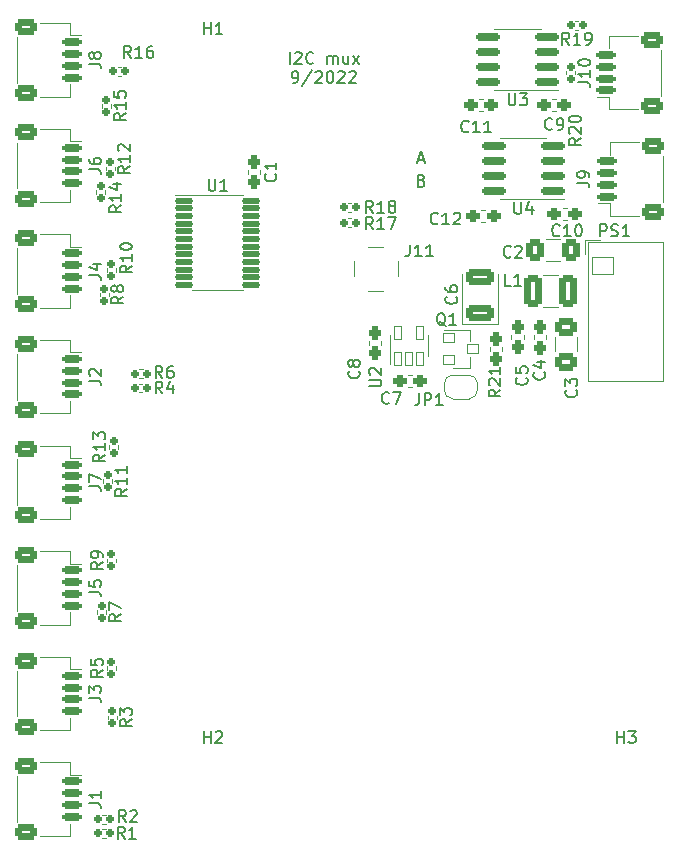
<source format=gbr>
%TF.GenerationSoftware,KiCad,Pcbnew,(6.0.4-0)*%
%TF.CreationDate,2022-09-09T16:16:13-06:00*%
%TF.ProjectId,i2c_mux,6932635f-6d75-4782-9e6b-696361645f70,rev?*%
%TF.SameCoordinates,Original*%
%TF.FileFunction,Legend,Top*%
%TF.FilePolarity,Positive*%
%FSLAX46Y46*%
G04 Gerber Fmt 4.6, Leading zero omitted, Abs format (unit mm)*
G04 Created by KiCad (PCBNEW (6.0.4-0)) date 2022-09-09 16:16:13*
%MOMM*%
%LPD*%
G01*
G04 APERTURE LIST*
G04 Aperture macros list*
%AMRoundRect*
0 Rectangle with rounded corners*
0 $1 Rounding radius*
0 $2 $3 $4 $5 $6 $7 $8 $9 X,Y pos of 4 corners*
0 Add a 4 corners polygon primitive as box body*
4,1,4,$2,$3,$4,$5,$6,$7,$8,$9,$2,$3,0*
0 Add four circle primitives for the rounded corners*
1,1,$1+$1,$2,$3*
1,1,$1+$1,$4,$5*
1,1,$1+$1,$6,$7*
1,1,$1+$1,$8,$9*
0 Add four rect primitives between the rounded corners*
20,1,$1+$1,$2,$3,$4,$5,0*
20,1,$1+$1,$4,$5,$6,$7,0*
20,1,$1+$1,$6,$7,$8,$9,0*
20,1,$1+$1,$8,$9,$2,$3,0*%
%AMFreePoly0*
4,1,37,0.536062,0.786062,0.551000,0.750000,0.551000,-0.750000,0.536062,-0.786062,0.500000,-0.801000,0.000000,-0.801000,-0.012525,-0.795812,-0.080875,-0.794559,-0.095149,-0.792248,-0.230464,-0.749973,-0.243516,-0.743747,-0.361526,-0.665192,-0.372306,-0.655554,-0.463526,-0.547035,-0.471167,-0.534759,-0.528262,-0.405000,-0.532150,-0.391073,-0.549733,-0.256613,-0.548336,-0.256430,-0.551000,-0.250000,
-0.551000,0.250000,-0.550512,0.251179,-0.550356,0.263956,-0.528545,0.404033,-0.524317,0.417860,-0.464069,0.546185,-0.456130,0.558271,-0.362286,0.664529,-0.351274,0.673901,-0.231379,0.749549,-0.218180,0.755454,-0.081873,0.794411,-0.067546,0.796373,-0.011990,0.796033,0.000000,0.801000,0.500000,0.801000,0.536062,0.786062,0.536062,0.786062,$1*%
%AMFreePoly1*
4,1,37,0.012349,0.795885,0.074216,0.795507,0.088518,0.793370,0.224339,0.752751,0.237465,0.746685,0.356427,0.669578,0.367324,0.660073,0.459862,0.552676,0.467652,0.540494,0.526329,0.411442,0.530388,0.397563,0.550485,0.257230,0.551000,0.250000,0.551000,-0.250000,0.550996,-0.250622,0.550847,-0.262838,0.550144,-0.270677,0.526624,-0.410478,0.522228,-0.424254,0.460416,-0.551833,
0.452330,-0.563821,0.357195,-0.668925,0.346069,-0.678161,0.225259,-0.752338,0.211989,-0.758081,0.075216,-0.795370,0.060866,-0.797157,0.011464,-0.796251,0.000000,-0.801000,-0.500000,-0.801000,-0.536062,-0.786062,-0.551000,-0.750000,-0.551000,0.750000,-0.536062,0.786062,-0.500000,0.801000,0.000000,0.801000,0.012349,0.795885,0.012349,0.795885,$1*%
G04 Aperture macros list end*
%ADD10C,0.150000*%
%ADD11C,0.120000*%
%ADD12C,5.502000*%
%ADD13RoundRect,0.288500X-0.237500X0.287500X-0.237500X-0.287500X0.237500X-0.287500X0.237500X0.287500X0*%
%ADD14RoundRect,0.201000X-0.625000X0.150000X-0.625000X-0.150000X0.625000X-0.150000X0.625000X0.150000X0*%
%ADD15RoundRect,0.301000X-0.650000X0.350000X-0.650000X-0.350000X0.650000X-0.350000X0.650000X0.350000X0*%
%ADD16RoundRect,0.201000X0.625000X-0.150000X0.625000X0.150000X-0.625000X0.150000X-0.625000X-0.150000X0*%
%ADD17RoundRect,0.301000X0.650000X-0.350000X0.650000X0.350000X-0.650000X0.350000X-0.650000X-0.350000X0*%
%ADD18RoundRect,0.301001X-0.462499X-0.624999X0.462499X-0.624999X0.462499X0.624999X-0.462499X0.624999X0*%
%ADD19RoundRect,0.301001X0.624999X-0.462499X0.624999X0.462499X-0.624999X0.462499X-0.624999X-0.462499X0*%
%ADD20RoundRect,0.301000X0.925000X-0.412500X0.925000X0.412500X-0.925000X0.412500X-0.925000X-0.412500X0*%
%ADD21C,1.342000*%
%ADD22FreePoly0,180.000000*%
%ADD23FreePoly1,180.000000*%
%ADD24RoundRect,0.301001X0.462499X1.074999X-0.462499X1.074999X-0.462499X-1.074999X0.462499X-1.074999X0*%
%ADD25RoundRect,0.051000X-0.900000X0.700000X-0.900000X-0.700000X0.900000X-0.700000X0.900000X0.700000X0*%
%ADD26O,1.902000X1.502000*%
%ADD27RoundRect,0.051000X-0.450000X-0.400000X0.450000X-0.400000X0.450000X0.400000X-0.450000X0.400000X0*%
%ADD28RoundRect,0.288500X0.237500X-0.287500X0.237500X0.287500X-0.237500X0.287500X-0.237500X-0.287500X0*%
%ADD29RoundRect,0.051000X0.325000X-0.530000X0.325000X0.530000X-0.325000X0.530000X-0.325000X-0.530000X0*%
%ADD30RoundRect,0.288500X0.287500X0.237500X-0.287500X0.237500X-0.287500X-0.237500X0.287500X-0.237500X0*%
%ADD31RoundRect,0.288500X-0.287500X-0.237500X0.287500X-0.237500X0.287500X0.237500X-0.287500X0.237500X0*%
%ADD32RoundRect,0.201000X0.825000X0.150000X-0.825000X0.150000X-0.825000X-0.150000X0.825000X-0.150000X0*%
%ADD33RoundRect,0.186000X-0.135000X-0.185000X0.135000X-0.185000X0.135000X0.185000X-0.135000X0.185000X0*%
%ADD34RoundRect,0.186000X0.135000X0.185000X-0.135000X0.185000X-0.135000X-0.185000X0.135000X-0.185000X0*%
%ADD35RoundRect,0.186000X-0.185000X0.135000X-0.185000X-0.135000X0.185000X-0.135000X0.185000X0.135000X0*%
%ADD36RoundRect,0.186000X0.185000X-0.135000X0.185000X0.135000X-0.185000X0.135000X-0.185000X-0.135000X0*%
%ADD37RoundRect,0.151000X-0.637500X-0.100000X0.637500X-0.100000X0.637500X0.100000X-0.637500X0.100000X0*%
G04 APERTURE END LIST*
D10*
X122361904Y-72366666D02*
X122838095Y-72366666D01*
X122266666Y-72652380D02*
X122600000Y-71652380D01*
X122933333Y-72652380D01*
X122671428Y-74128571D02*
X122814285Y-74176190D01*
X122861904Y-74223809D01*
X122909523Y-74319047D01*
X122909523Y-74461904D01*
X122861904Y-74557142D01*
X122814285Y-74604761D01*
X122719047Y-74652380D01*
X122338095Y-74652380D01*
X122338095Y-73652380D01*
X122671428Y-73652380D01*
X122766666Y-73700000D01*
X122814285Y-73747619D01*
X122861904Y-73842857D01*
X122861904Y-73938095D01*
X122814285Y-74033333D01*
X122766666Y-74080952D01*
X122671428Y-74128571D01*
X122338095Y-74128571D01*
X111519047Y-64247380D02*
X111519047Y-63247380D01*
X111947619Y-63342619D02*
X111995238Y-63295000D01*
X112090476Y-63247380D01*
X112328571Y-63247380D01*
X112423809Y-63295000D01*
X112471428Y-63342619D01*
X112519047Y-63437857D01*
X112519047Y-63533095D01*
X112471428Y-63675952D01*
X111900000Y-64247380D01*
X112519047Y-64247380D01*
X113519047Y-64152142D02*
X113471428Y-64199761D01*
X113328571Y-64247380D01*
X113233333Y-64247380D01*
X113090476Y-64199761D01*
X112995238Y-64104523D01*
X112947619Y-64009285D01*
X112900000Y-63818809D01*
X112900000Y-63675952D01*
X112947619Y-63485476D01*
X112995238Y-63390238D01*
X113090476Y-63295000D01*
X113233333Y-63247380D01*
X113328571Y-63247380D01*
X113471428Y-63295000D01*
X113519047Y-63342619D01*
X114709523Y-64247380D02*
X114709523Y-63580714D01*
X114709523Y-63675952D02*
X114757142Y-63628333D01*
X114852380Y-63580714D01*
X114995238Y-63580714D01*
X115090476Y-63628333D01*
X115138095Y-63723571D01*
X115138095Y-64247380D01*
X115138095Y-63723571D02*
X115185714Y-63628333D01*
X115280952Y-63580714D01*
X115423809Y-63580714D01*
X115519047Y-63628333D01*
X115566666Y-63723571D01*
X115566666Y-64247380D01*
X116471428Y-63580714D02*
X116471428Y-64247380D01*
X116042857Y-63580714D02*
X116042857Y-64104523D01*
X116090476Y-64199761D01*
X116185714Y-64247380D01*
X116328571Y-64247380D01*
X116423809Y-64199761D01*
X116471428Y-64152142D01*
X116852380Y-64247380D02*
X117376190Y-63580714D01*
X116852380Y-63580714D02*
X117376190Y-64247380D01*
X111780952Y-65857380D02*
X111971428Y-65857380D01*
X112066666Y-65809761D01*
X112114285Y-65762142D01*
X112209523Y-65619285D01*
X112257142Y-65428809D01*
X112257142Y-65047857D01*
X112209523Y-64952619D01*
X112161904Y-64905000D01*
X112066666Y-64857380D01*
X111876190Y-64857380D01*
X111780952Y-64905000D01*
X111733333Y-64952619D01*
X111685714Y-65047857D01*
X111685714Y-65285952D01*
X111733333Y-65381190D01*
X111780952Y-65428809D01*
X111876190Y-65476428D01*
X112066666Y-65476428D01*
X112161904Y-65428809D01*
X112209523Y-65381190D01*
X112257142Y-65285952D01*
X113400000Y-64809761D02*
X112542857Y-66095476D01*
X113685714Y-64952619D02*
X113733333Y-64905000D01*
X113828571Y-64857380D01*
X114066666Y-64857380D01*
X114161904Y-64905000D01*
X114209523Y-64952619D01*
X114257142Y-65047857D01*
X114257142Y-65143095D01*
X114209523Y-65285952D01*
X113638095Y-65857380D01*
X114257142Y-65857380D01*
X114876190Y-64857380D02*
X114971428Y-64857380D01*
X115066666Y-64905000D01*
X115114285Y-64952619D01*
X115161904Y-65047857D01*
X115209523Y-65238333D01*
X115209523Y-65476428D01*
X115161904Y-65666904D01*
X115114285Y-65762142D01*
X115066666Y-65809761D01*
X114971428Y-65857380D01*
X114876190Y-65857380D01*
X114780952Y-65809761D01*
X114733333Y-65762142D01*
X114685714Y-65666904D01*
X114638095Y-65476428D01*
X114638095Y-65238333D01*
X114685714Y-65047857D01*
X114733333Y-64952619D01*
X114780952Y-64905000D01*
X114876190Y-64857380D01*
X115590476Y-64952619D02*
X115638095Y-64905000D01*
X115733333Y-64857380D01*
X115971428Y-64857380D01*
X116066666Y-64905000D01*
X116114285Y-64952619D01*
X116161904Y-65047857D01*
X116161904Y-65143095D01*
X116114285Y-65285952D01*
X115542857Y-65857380D01*
X116161904Y-65857380D01*
X116542857Y-64952619D02*
X116590476Y-64905000D01*
X116685714Y-64857380D01*
X116923809Y-64857380D01*
X117019047Y-64905000D01*
X117066666Y-64952619D01*
X117114285Y-65047857D01*
X117114285Y-65143095D01*
X117066666Y-65285952D01*
X116495238Y-65857380D01*
X117114285Y-65857380D01*
%TO.C,H3*%
X139238095Y-121752380D02*
X139238095Y-120752380D01*
X139238095Y-121228571D02*
X139809523Y-121228571D01*
X139809523Y-121752380D02*
X139809523Y-120752380D01*
X140190476Y-120752380D02*
X140809523Y-120752380D01*
X140476190Y-121133333D01*
X140619047Y-121133333D01*
X140714285Y-121180952D01*
X140761904Y-121228571D01*
X140809523Y-121323809D01*
X140809523Y-121561904D01*
X140761904Y-121657142D01*
X140714285Y-121704761D01*
X140619047Y-121752380D01*
X140333333Y-121752380D01*
X140238095Y-121704761D01*
X140190476Y-121657142D01*
%TO.C,C1*%
X110287142Y-73566666D02*
X110334761Y-73614285D01*
X110382380Y-73757142D01*
X110382380Y-73852380D01*
X110334761Y-73995238D01*
X110239523Y-74090476D01*
X110144285Y-74138095D01*
X109953809Y-74185714D01*
X109810952Y-74185714D01*
X109620476Y-74138095D01*
X109525238Y-74090476D01*
X109430000Y-73995238D01*
X109382380Y-73852380D01*
X109382380Y-73757142D01*
X109430000Y-73614285D01*
X109477619Y-73566666D01*
X110382380Y-72614285D02*
X110382380Y-73185714D01*
X110382380Y-72900000D02*
X109382380Y-72900000D01*
X109525238Y-72995238D01*
X109620476Y-73090476D01*
X109668095Y-73185714D01*
%TO.C,J2*%
X94532380Y-91076190D02*
X95246666Y-91076190D01*
X95389523Y-91123809D01*
X95484761Y-91219047D01*
X95532380Y-91361904D01*
X95532380Y-91457142D01*
X94627619Y-90647618D02*
X94580000Y-90599999D01*
X94532380Y-90504761D01*
X94532380Y-90266666D01*
X94580000Y-90171428D01*
X94627619Y-90123809D01*
X94722857Y-90076190D01*
X94818095Y-90076190D01*
X94960952Y-90123809D01*
X95532380Y-90695237D01*
X95532380Y-90076190D01*
%TO.C,J4*%
X94532380Y-82133333D02*
X95246666Y-82133333D01*
X95389523Y-82180952D01*
X95484761Y-82276190D01*
X95532380Y-82419047D01*
X95532380Y-82514285D01*
X94865714Y-81228571D02*
X95532380Y-81228571D01*
X94484761Y-81466666D02*
X95199047Y-81704761D01*
X95199047Y-81085714D01*
%TO.C,J6*%
X94532380Y-73190476D02*
X95246666Y-73190476D01*
X95389523Y-73238095D01*
X95484761Y-73333333D01*
X95532380Y-73476190D01*
X95532380Y-73571428D01*
X94532380Y-72285714D02*
X94532380Y-72476190D01*
X94580000Y-72571428D01*
X94627619Y-72619047D01*
X94770476Y-72714285D01*
X94960952Y-72761904D01*
X95341904Y-72761904D01*
X95437142Y-72714285D01*
X95484761Y-72666666D01*
X95532380Y-72571428D01*
X95532380Y-72380952D01*
X95484761Y-72285714D01*
X95437142Y-72238095D01*
X95341904Y-72190476D01*
X95103809Y-72190476D01*
X95008571Y-72238095D01*
X94960952Y-72285714D01*
X94913333Y-72380952D01*
X94913333Y-72571428D01*
X94960952Y-72666666D01*
X95008571Y-72714285D01*
X95103809Y-72761904D01*
%TO.C,J8*%
X94532380Y-64247619D02*
X95246666Y-64247619D01*
X95389523Y-64295238D01*
X95484761Y-64390476D01*
X95532380Y-64533333D01*
X95532380Y-64628571D01*
X94960952Y-63628571D02*
X94913333Y-63723809D01*
X94865714Y-63771428D01*
X94770476Y-63819047D01*
X94722857Y-63819047D01*
X94627619Y-63771428D01*
X94580000Y-63723809D01*
X94532380Y-63628571D01*
X94532380Y-63438095D01*
X94580000Y-63342857D01*
X94627619Y-63295238D01*
X94722857Y-63247619D01*
X94770476Y-63247619D01*
X94865714Y-63295238D01*
X94913333Y-63342857D01*
X94960952Y-63438095D01*
X94960952Y-63628571D01*
X95008571Y-63723809D01*
X95056190Y-63771428D01*
X95151428Y-63819047D01*
X95341904Y-63819047D01*
X95437142Y-63771428D01*
X95484761Y-63723809D01*
X95532380Y-63628571D01*
X95532380Y-63438095D01*
X95484761Y-63342857D01*
X95437142Y-63295238D01*
X95341904Y-63247619D01*
X95151428Y-63247619D01*
X95056190Y-63295238D01*
X95008571Y-63342857D01*
X94960952Y-63438095D01*
%TO.C,J10*%
X135952380Y-65809523D02*
X136666666Y-65809523D01*
X136809523Y-65857142D01*
X136904761Y-65952380D01*
X136952380Y-66095238D01*
X136952380Y-66190476D01*
X136952380Y-64809523D02*
X136952380Y-65380952D01*
X136952380Y-65095238D02*
X135952380Y-65095238D01*
X136095238Y-65190476D01*
X136190476Y-65285714D01*
X136238095Y-65380952D01*
X135952380Y-64190476D02*
X135952380Y-64095238D01*
X136000000Y-64000000D01*
X136047619Y-63952380D01*
X136142857Y-63904761D01*
X136333333Y-63857142D01*
X136571428Y-63857142D01*
X136761904Y-63904761D01*
X136857142Y-63952380D01*
X136904761Y-64000000D01*
X136952380Y-64095238D01*
X136952380Y-64190476D01*
X136904761Y-64285714D01*
X136857142Y-64333333D01*
X136761904Y-64380952D01*
X136571428Y-64428571D01*
X136333333Y-64428571D01*
X136142857Y-64380952D01*
X136047619Y-64333333D01*
X136000000Y-64285714D01*
X135952380Y-64190476D01*
%TO.C,C2*%
X130233333Y-80557142D02*
X130185714Y-80604761D01*
X130042857Y-80652380D01*
X129947619Y-80652380D01*
X129804761Y-80604761D01*
X129709523Y-80509523D01*
X129661904Y-80414285D01*
X129614285Y-80223809D01*
X129614285Y-80080952D01*
X129661904Y-79890476D01*
X129709523Y-79795238D01*
X129804761Y-79700000D01*
X129947619Y-79652380D01*
X130042857Y-79652380D01*
X130185714Y-79700000D01*
X130233333Y-79747619D01*
X130614285Y-79747619D02*
X130661904Y-79700000D01*
X130757142Y-79652380D01*
X130995238Y-79652380D01*
X131090476Y-79700000D01*
X131138095Y-79747619D01*
X131185714Y-79842857D01*
X131185714Y-79938095D01*
X131138095Y-80080952D01*
X130566666Y-80652380D01*
X131185714Y-80652380D01*
%TO.C,C3*%
X135757142Y-91866666D02*
X135804761Y-91914285D01*
X135852380Y-92057142D01*
X135852380Y-92152380D01*
X135804761Y-92295238D01*
X135709523Y-92390476D01*
X135614285Y-92438095D01*
X135423809Y-92485714D01*
X135280952Y-92485714D01*
X135090476Y-92438095D01*
X134995238Y-92390476D01*
X134900000Y-92295238D01*
X134852380Y-92152380D01*
X134852380Y-92057142D01*
X134900000Y-91914285D01*
X134947619Y-91866666D01*
X134852380Y-91533333D02*
X134852380Y-90914285D01*
X135233333Y-91247619D01*
X135233333Y-91104761D01*
X135280952Y-91009523D01*
X135328571Y-90961904D01*
X135423809Y-90914285D01*
X135661904Y-90914285D01*
X135757142Y-90961904D01*
X135804761Y-91009523D01*
X135852380Y-91104761D01*
X135852380Y-91390476D01*
X135804761Y-91485714D01*
X135757142Y-91533333D01*
%TO.C,C4*%
X133057142Y-90366666D02*
X133104761Y-90414285D01*
X133152380Y-90557142D01*
X133152380Y-90652380D01*
X133104761Y-90795238D01*
X133009523Y-90890476D01*
X132914285Y-90938095D01*
X132723809Y-90985714D01*
X132580952Y-90985714D01*
X132390476Y-90938095D01*
X132295238Y-90890476D01*
X132200000Y-90795238D01*
X132152380Y-90652380D01*
X132152380Y-90557142D01*
X132200000Y-90414285D01*
X132247619Y-90366666D01*
X132485714Y-89509523D02*
X133152380Y-89509523D01*
X132104761Y-89747619D02*
X132819047Y-89985714D01*
X132819047Y-89366666D01*
%TO.C,C6*%
X125607142Y-83966666D02*
X125654761Y-84014285D01*
X125702380Y-84157142D01*
X125702380Y-84252380D01*
X125654761Y-84395238D01*
X125559523Y-84490476D01*
X125464285Y-84538095D01*
X125273809Y-84585714D01*
X125130952Y-84585714D01*
X124940476Y-84538095D01*
X124845238Y-84490476D01*
X124750000Y-84395238D01*
X124702380Y-84252380D01*
X124702380Y-84157142D01*
X124750000Y-84014285D01*
X124797619Y-83966666D01*
X124702380Y-83109523D02*
X124702380Y-83300000D01*
X124750000Y-83395238D01*
X124797619Y-83442857D01*
X124940476Y-83538095D01*
X125130952Y-83585714D01*
X125511904Y-83585714D01*
X125607142Y-83538095D01*
X125654761Y-83490476D01*
X125702380Y-83395238D01*
X125702380Y-83204761D01*
X125654761Y-83109523D01*
X125607142Y-83061904D01*
X125511904Y-83014285D01*
X125273809Y-83014285D01*
X125178571Y-83061904D01*
X125130952Y-83109523D01*
X125083333Y-83204761D01*
X125083333Y-83395238D01*
X125130952Y-83490476D01*
X125178571Y-83538095D01*
X125273809Y-83585714D01*
%TO.C,C8*%
X117357142Y-90266666D02*
X117404761Y-90314285D01*
X117452380Y-90457142D01*
X117452380Y-90552380D01*
X117404761Y-90695238D01*
X117309523Y-90790476D01*
X117214285Y-90838095D01*
X117023809Y-90885714D01*
X116880952Y-90885714D01*
X116690476Y-90838095D01*
X116595238Y-90790476D01*
X116500000Y-90695238D01*
X116452380Y-90552380D01*
X116452380Y-90457142D01*
X116500000Y-90314285D01*
X116547619Y-90266666D01*
X116880952Y-89695238D02*
X116833333Y-89790476D01*
X116785714Y-89838095D01*
X116690476Y-89885714D01*
X116642857Y-89885714D01*
X116547619Y-89838095D01*
X116500000Y-89790476D01*
X116452380Y-89695238D01*
X116452380Y-89504761D01*
X116500000Y-89409523D01*
X116547619Y-89361904D01*
X116642857Y-89314285D01*
X116690476Y-89314285D01*
X116785714Y-89361904D01*
X116833333Y-89409523D01*
X116880952Y-89504761D01*
X116880952Y-89695238D01*
X116928571Y-89790476D01*
X116976190Y-89838095D01*
X117071428Y-89885714D01*
X117261904Y-89885714D01*
X117357142Y-89838095D01*
X117404761Y-89790476D01*
X117452380Y-89695238D01*
X117452380Y-89504761D01*
X117404761Y-89409523D01*
X117357142Y-89361904D01*
X117261904Y-89314285D01*
X117071428Y-89314285D01*
X116976190Y-89361904D01*
X116928571Y-89409523D01*
X116880952Y-89504761D01*
%TO.C,J11*%
X121690476Y-79552380D02*
X121690476Y-80266666D01*
X121642857Y-80409523D01*
X121547619Y-80504761D01*
X121404761Y-80552380D01*
X121309523Y-80552380D01*
X122690476Y-80552380D02*
X122119047Y-80552380D01*
X122404761Y-80552380D02*
X122404761Y-79552380D01*
X122309523Y-79695238D01*
X122214285Y-79790476D01*
X122119047Y-79838095D01*
X123642857Y-80552380D02*
X123071428Y-80552380D01*
X123357142Y-80552380D02*
X123357142Y-79552380D01*
X123261904Y-79695238D01*
X123166666Y-79790476D01*
X123071428Y-79838095D01*
%TO.C,JP1*%
X122466666Y-92152380D02*
X122466666Y-92866666D01*
X122419047Y-93009523D01*
X122323809Y-93104761D01*
X122180952Y-93152380D01*
X122085714Y-93152380D01*
X122942857Y-93152380D02*
X122942857Y-92152380D01*
X123323809Y-92152380D01*
X123419047Y-92200000D01*
X123466666Y-92247619D01*
X123514285Y-92342857D01*
X123514285Y-92485714D01*
X123466666Y-92580952D01*
X123419047Y-92628571D01*
X123323809Y-92676190D01*
X122942857Y-92676190D01*
X124466666Y-93152380D02*
X123895238Y-93152380D01*
X124180952Y-93152380D02*
X124180952Y-92152380D01*
X124085714Y-92295238D01*
X123990476Y-92390476D01*
X123895238Y-92438095D01*
%TO.C,L1*%
X130233333Y-83052380D02*
X129757142Y-83052380D01*
X129757142Y-82052380D01*
X131090476Y-83052380D02*
X130519047Y-83052380D01*
X130804761Y-83052380D02*
X130804761Y-82052380D01*
X130709523Y-82195238D01*
X130614285Y-82290476D01*
X130519047Y-82338095D01*
%TO.C,PS1*%
X137785714Y-78852380D02*
X137785714Y-77852380D01*
X138166666Y-77852380D01*
X138261904Y-77900000D01*
X138309523Y-77947619D01*
X138357142Y-78042857D01*
X138357142Y-78185714D01*
X138309523Y-78280952D01*
X138261904Y-78328571D01*
X138166666Y-78376190D01*
X137785714Y-78376190D01*
X138738095Y-78804761D02*
X138880952Y-78852380D01*
X139119047Y-78852380D01*
X139214285Y-78804761D01*
X139261904Y-78757142D01*
X139309523Y-78661904D01*
X139309523Y-78566666D01*
X139261904Y-78471428D01*
X139214285Y-78423809D01*
X139119047Y-78376190D01*
X138928571Y-78328571D01*
X138833333Y-78280952D01*
X138785714Y-78233333D01*
X138738095Y-78138095D01*
X138738095Y-78042857D01*
X138785714Y-77947619D01*
X138833333Y-77900000D01*
X138928571Y-77852380D01*
X139166666Y-77852380D01*
X139309523Y-77900000D01*
X140261904Y-78852380D02*
X139690476Y-78852380D01*
X139976190Y-78852380D02*
X139976190Y-77852380D01*
X139880952Y-77995238D01*
X139785714Y-78090476D01*
X139690476Y-78138095D01*
%TO.C,Q1*%
X124704761Y-86447619D02*
X124609523Y-86400000D01*
X124514285Y-86304761D01*
X124371428Y-86161904D01*
X124276190Y-86114285D01*
X124180952Y-86114285D01*
X124228571Y-86352380D02*
X124133333Y-86304761D01*
X124038095Y-86209523D01*
X123990476Y-86019047D01*
X123990476Y-85685714D01*
X124038095Y-85495238D01*
X124133333Y-85400000D01*
X124228571Y-85352380D01*
X124419047Y-85352380D01*
X124514285Y-85400000D01*
X124609523Y-85495238D01*
X124657142Y-85685714D01*
X124657142Y-86019047D01*
X124609523Y-86209523D01*
X124514285Y-86304761D01*
X124419047Y-86352380D01*
X124228571Y-86352380D01*
X125609523Y-86352380D02*
X125038095Y-86352380D01*
X125323809Y-86352380D02*
X125323809Y-85352380D01*
X125228571Y-85495238D01*
X125133333Y-85590476D01*
X125038095Y-85638095D01*
%TO.C,R21*%
X129352380Y-91842857D02*
X128876190Y-92176190D01*
X129352380Y-92414285D02*
X128352380Y-92414285D01*
X128352380Y-92033333D01*
X128400000Y-91938095D01*
X128447619Y-91890476D01*
X128542857Y-91842857D01*
X128685714Y-91842857D01*
X128780952Y-91890476D01*
X128828571Y-91938095D01*
X128876190Y-92033333D01*
X128876190Y-92414285D01*
X128447619Y-91461904D02*
X128400000Y-91414285D01*
X128352380Y-91319047D01*
X128352380Y-91080952D01*
X128400000Y-90985714D01*
X128447619Y-90938095D01*
X128542857Y-90890476D01*
X128638095Y-90890476D01*
X128780952Y-90938095D01*
X129352380Y-91509523D01*
X129352380Y-90890476D01*
X129352380Y-89938095D02*
X129352380Y-90509523D01*
X129352380Y-90223809D02*
X128352380Y-90223809D01*
X128495238Y-90319047D01*
X128590476Y-90414285D01*
X128638095Y-90509523D01*
%TO.C,U2*%
X118252380Y-91561904D02*
X119061904Y-91561904D01*
X119157142Y-91514285D01*
X119204761Y-91466666D01*
X119252380Y-91371428D01*
X119252380Y-91180952D01*
X119204761Y-91085714D01*
X119157142Y-91038095D01*
X119061904Y-90990476D01*
X118252380Y-90990476D01*
X118347619Y-90561904D02*
X118300000Y-90514285D01*
X118252380Y-90419047D01*
X118252380Y-90180952D01*
X118300000Y-90085714D01*
X118347619Y-90038095D01*
X118442857Y-89990476D01*
X118538095Y-89990476D01*
X118680952Y-90038095D01*
X119252380Y-90609523D01*
X119252380Y-89990476D01*
%TO.C,C7*%
X119933333Y-92957142D02*
X119885714Y-93004761D01*
X119742857Y-93052380D01*
X119647619Y-93052380D01*
X119504761Y-93004761D01*
X119409523Y-92909523D01*
X119361904Y-92814285D01*
X119314285Y-92623809D01*
X119314285Y-92480952D01*
X119361904Y-92290476D01*
X119409523Y-92195238D01*
X119504761Y-92100000D01*
X119647619Y-92052380D01*
X119742857Y-92052380D01*
X119885714Y-92100000D01*
X119933333Y-92147619D01*
X120266666Y-92052380D02*
X120933333Y-92052380D01*
X120504761Y-93052380D01*
%TO.C,C9*%
X133733333Y-69757142D02*
X133685714Y-69804761D01*
X133542857Y-69852380D01*
X133447619Y-69852380D01*
X133304761Y-69804761D01*
X133209523Y-69709523D01*
X133161904Y-69614285D01*
X133114285Y-69423809D01*
X133114285Y-69280952D01*
X133161904Y-69090476D01*
X133209523Y-68995238D01*
X133304761Y-68900000D01*
X133447619Y-68852380D01*
X133542857Y-68852380D01*
X133685714Y-68900000D01*
X133733333Y-68947619D01*
X134209523Y-69852380D02*
X134400000Y-69852380D01*
X134495238Y-69804761D01*
X134542857Y-69757142D01*
X134638095Y-69614285D01*
X134685714Y-69423809D01*
X134685714Y-69042857D01*
X134638095Y-68947619D01*
X134590476Y-68900000D01*
X134495238Y-68852380D01*
X134304761Y-68852380D01*
X134209523Y-68900000D01*
X134161904Y-68947619D01*
X134114285Y-69042857D01*
X134114285Y-69280952D01*
X134161904Y-69376190D01*
X134209523Y-69423809D01*
X134304761Y-69471428D01*
X134495238Y-69471428D01*
X134590476Y-69423809D01*
X134638095Y-69376190D01*
X134685714Y-69280952D01*
%TO.C,C11*%
X126657142Y-69957142D02*
X126609523Y-70004761D01*
X126466666Y-70052380D01*
X126371428Y-70052380D01*
X126228571Y-70004761D01*
X126133333Y-69909523D01*
X126085714Y-69814285D01*
X126038095Y-69623809D01*
X126038095Y-69480952D01*
X126085714Y-69290476D01*
X126133333Y-69195238D01*
X126228571Y-69100000D01*
X126371428Y-69052380D01*
X126466666Y-69052380D01*
X126609523Y-69100000D01*
X126657142Y-69147619D01*
X127609523Y-70052380D02*
X127038095Y-70052380D01*
X127323809Y-70052380D02*
X127323809Y-69052380D01*
X127228571Y-69195238D01*
X127133333Y-69290476D01*
X127038095Y-69338095D01*
X128561904Y-70052380D02*
X127990476Y-70052380D01*
X128276190Y-70052380D02*
X128276190Y-69052380D01*
X128180952Y-69195238D01*
X128085714Y-69290476D01*
X127990476Y-69338095D01*
%TO.C,C12*%
X124057142Y-77757142D02*
X124009523Y-77804761D01*
X123866666Y-77852380D01*
X123771428Y-77852380D01*
X123628571Y-77804761D01*
X123533333Y-77709523D01*
X123485714Y-77614285D01*
X123438095Y-77423809D01*
X123438095Y-77280952D01*
X123485714Y-77090476D01*
X123533333Y-76995238D01*
X123628571Y-76900000D01*
X123771428Y-76852380D01*
X123866666Y-76852380D01*
X124009523Y-76900000D01*
X124057142Y-76947619D01*
X125009523Y-77852380D02*
X124438095Y-77852380D01*
X124723809Y-77852380D02*
X124723809Y-76852380D01*
X124628571Y-76995238D01*
X124533333Y-77090476D01*
X124438095Y-77138095D01*
X125390476Y-76947619D02*
X125438095Y-76900000D01*
X125533333Y-76852380D01*
X125771428Y-76852380D01*
X125866666Y-76900000D01*
X125914285Y-76947619D01*
X125961904Y-77042857D01*
X125961904Y-77138095D01*
X125914285Y-77280952D01*
X125342857Y-77852380D01*
X125961904Y-77852380D01*
%TO.C,C10*%
X134357142Y-78757142D02*
X134309523Y-78804761D01*
X134166666Y-78852380D01*
X134071428Y-78852380D01*
X133928571Y-78804761D01*
X133833333Y-78709523D01*
X133785714Y-78614285D01*
X133738095Y-78423809D01*
X133738095Y-78280952D01*
X133785714Y-78090476D01*
X133833333Y-77995238D01*
X133928571Y-77900000D01*
X134071428Y-77852380D01*
X134166666Y-77852380D01*
X134309523Y-77900000D01*
X134357142Y-77947619D01*
X135309523Y-78852380D02*
X134738095Y-78852380D01*
X135023809Y-78852380D02*
X135023809Y-77852380D01*
X134928571Y-77995238D01*
X134833333Y-78090476D01*
X134738095Y-78138095D01*
X135928571Y-77852380D02*
X136023809Y-77852380D01*
X136119047Y-77900000D01*
X136166666Y-77947619D01*
X136214285Y-78042857D01*
X136261904Y-78233333D01*
X136261904Y-78471428D01*
X136214285Y-78661904D01*
X136166666Y-78757142D01*
X136119047Y-78804761D01*
X136023809Y-78852380D01*
X135928571Y-78852380D01*
X135833333Y-78804761D01*
X135785714Y-78757142D01*
X135738095Y-78661904D01*
X135690476Y-78471428D01*
X135690476Y-78233333D01*
X135738095Y-78042857D01*
X135785714Y-77947619D01*
X135833333Y-77900000D01*
X135928571Y-77852380D01*
%TO.C,J9*%
X135872380Y-74333333D02*
X136586666Y-74333333D01*
X136729523Y-74380952D01*
X136824761Y-74476190D01*
X136872380Y-74619047D01*
X136872380Y-74714285D01*
X136872380Y-73809523D02*
X136872380Y-73619047D01*
X136824761Y-73523809D01*
X136777142Y-73476190D01*
X136634285Y-73380952D01*
X136443809Y-73333333D01*
X136062857Y-73333333D01*
X135967619Y-73380952D01*
X135920000Y-73428571D01*
X135872380Y-73523809D01*
X135872380Y-73714285D01*
X135920000Y-73809523D01*
X135967619Y-73857142D01*
X136062857Y-73904761D01*
X136300952Y-73904761D01*
X136396190Y-73857142D01*
X136443809Y-73809523D01*
X136491428Y-73714285D01*
X136491428Y-73523809D01*
X136443809Y-73428571D01*
X136396190Y-73380952D01*
X136300952Y-73333333D01*
%TO.C,C5*%
X131557142Y-90816666D02*
X131604761Y-90864285D01*
X131652380Y-91007142D01*
X131652380Y-91102380D01*
X131604761Y-91245238D01*
X131509523Y-91340476D01*
X131414285Y-91388095D01*
X131223809Y-91435714D01*
X131080952Y-91435714D01*
X130890476Y-91388095D01*
X130795238Y-91340476D01*
X130700000Y-91245238D01*
X130652380Y-91102380D01*
X130652380Y-91007142D01*
X130700000Y-90864285D01*
X130747619Y-90816666D01*
X130652380Y-89911904D02*
X130652380Y-90388095D01*
X131128571Y-90435714D01*
X131080952Y-90388095D01*
X131033333Y-90292857D01*
X131033333Y-90054761D01*
X131080952Y-89959523D01*
X131128571Y-89911904D01*
X131223809Y-89864285D01*
X131461904Y-89864285D01*
X131557142Y-89911904D01*
X131604761Y-89959523D01*
X131652380Y-90054761D01*
X131652380Y-90292857D01*
X131604761Y-90388095D01*
X131557142Y-90435714D01*
%TO.C,H1*%
X104238095Y-61752380D02*
X104238095Y-60752380D01*
X104238095Y-61228571D02*
X104809523Y-61228571D01*
X104809523Y-61752380D02*
X104809523Y-60752380D01*
X105809523Y-61752380D02*
X105238095Y-61752380D01*
X105523809Y-61752380D02*
X105523809Y-60752380D01*
X105428571Y-60895238D01*
X105333333Y-60990476D01*
X105238095Y-61038095D01*
%TO.C,H2*%
X104238095Y-121752380D02*
X104238095Y-120752380D01*
X104238095Y-121228571D02*
X104809523Y-121228571D01*
X104809523Y-121752380D02*
X104809523Y-120752380D01*
X105238095Y-120847619D02*
X105285714Y-120800000D01*
X105380952Y-120752380D01*
X105619047Y-120752380D01*
X105714285Y-120800000D01*
X105761904Y-120847619D01*
X105809523Y-120942857D01*
X105809523Y-121038095D01*
X105761904Y-121180952D01*
X105190476Y-121752380D01*
X105809523Y-121752380D01*
%TO.C,U4*%
X130538095Y-75952380D02*
X130538095Y-76761904D01*
X130585714Y-76857142D01*
X130633333Y-76904761D01*
X130728571Y-76952380D01*
X130919047Y-76952380D01*
X131014285Y-76904761D01*
X131061904Y-76857142D01*
X131109523Y-76761904D01*
X131109523Y-75952380D01*
X132014285Y-76285714D02*
X132014285Y-76952380D01*
X131776190Y-75904761D02*
X131538095Y-76619047D01*
X132157142Y-76619047D01*
%TO.C,R18*%
X118557142Y-76852380D02*
X118223809Y-76376190D01*
X117985714Y-76852380D02*
X117985714Y-75852380D01*
X118366666Y-75852380D01*
X118461904Y-75900000D01*
X118509523Y-75947619D01*
X118557142Y-76042857D01*
X118557142Y-76185714D01*
X118509523Y-76280952D01*
X118461904Y-76328571D01*
X118366666Y-76376190D01*
X117985714Y-76376190D01*
X119509523Y-76852380D02*
X118938095Y-76852380D01*
X119223809Y-76852380D02*
X119223809Y-75852380D01*
X119128571Y-75995238D01*
X119033333Y-76090476D01*
X118938095Y-76138095D01*
X120080952Y-76280952D02*
X119985714Y-76233333D01*
X119938095Y-76185714D01*
X119890476Y-76090476D01*
X119890476Y-76042857D01*
X119938095Y-75947619D01*
X119985714Y-75900000D01*
X120080952Y-75852380D01*
X120271428Y-75852380D01*
X120366666Y-75900000D01*
X120414285Y-75947619D01*
X120461904Y-76042857D01*
X120461904Y-76090476D01*
X120414285Y-76185714D01*
X120366666Y-76233333D01*
X120271428Y-76280952D01*
X120080952Y-76280952D01*
X119985714Y-76328571D01*
X119938095Y-76376190D01*
X119890476Y-76471428D01*
X119890476Y-76661904D01*
X119938095Y-76757142D01*
X119985714Y-76804761D01*
X120080952Y-76852380D01*
X120271428Y-76852380D01*
X120366666Y-76804761D01*
X120414285Y-76757142D01*
X120461904Y-76661904D01*
X120461904Y-76471428D01*
X120414285Y-76376190D01*
X120366666Y-76328571D01*
X120271428Y-76280952D01*
%TO.C,R19*%
X135167142Y-62622380D02*
X134833809Y-62146190D01*
X134595714Y-62622380D02*
X134595714Y-61622380D01*
X134976666Y-61622380D01*
X135071904Y-61670000D01*
X135119523Y-61717619D01*
X135167142Y-61812857D01*
X135167142Y-61955714D01*
X135119523Y-62050952D01*
X135071904Y-62098571D01*
X134976666Y-62146190D01*
X134595714Y-62146190D01*
X136119523Y-62622380D02*
X135548095Y-62622380D01*
X135833809Y-62622380D02*
X135833809Y-61622380D01*
X135738571Y-61765238D01*
X135643333Y-61860476D01*
X135548095Y-61908095D01*
X136595714Y-62622380D02*
X136786190Y-62622380D01*
X136881428Y-62574761D01*
X136929047Y-62527142D01*
X137024285Y-62384285D01*
X137071904Y-62193809D01*
X137071904Y-61812857D01*
X137024285Y-61717619D01*
X136976666Y-61670000D01*
X136881428Y-61622380D01*
X136690952Y-61622380D01*
X136595714Y-61670000D01*
X136548095Y-61717619D01*
X136500476Y-61812857D01*
X136500476Y-62050952D01*
X136548095Y-62146190D01*
X136595714Y-62193809D01*
X136690952Y-62241428D01*
X136881428Y-62241428D01*
X136976666Y-62193809D01*
X137024285Y-62146190D01*
X137071904Y-62050952D01*
%TO.C,R14*%
X97252380Y-76242857D02*
X96776190Y-76576190D01*
X97252380Y-76814285D02*
X96252380Y-76814285D01*
X96252380Y-76433333D01*
X96300000Y-76338095D01*
X96347619Y-76290476D01*
X96442857Y-76242857D01*
X96585714Y-76242857D01*
X96680952Y-76290476D01*
X96728571Y-76338095D01*
X96776190Y-76433333D01*
X96776190Y-76814285D01*
X97252380Y-75290476D02*
X97252380Y-75861904D01*
X97252380Y-75576190D02*
X96252380Y-75576190D01*
X96395238Y-75671428D01*
X96490476Y-75766666D01*
X96538095Y-75861904D01*
X96585714Y-74433333D02*
X97252380Y-74433333D01*
X96204761Y-74671428D02*
X96919047Y-74909523D01*
X96919047Y-74290476D01*
%TO.C,R12*%
X97952380Y-72942857D02*
X97476190Y-73276190D01*
X97952380Y-73514285D02*
X96952380Y-73514285D01*
X96952380Y-73133333D01*
X97000000Y-73038095D01*
X97047619Y-72990476D01*
X97142857Y-72942857D01*
X97285714Y-72942857D01*
X97380952Y-72990476D01*
X97428571Y-73038095D01*
X97476190Y-73133333D01*
X97476190Y-73514285D01*
X97952380Y-71990476D02*
X97952380Y-72561904D01*
X97952380Y-72276190D02*
X96952380Y-72276190D01*
X97095238Y-72371428D01*
X97190476Y-72466666D01*
X97238095Y-72561904D01*
X97047619Y-71609523D02*
X97000000Y-71561904D01*
X96952380Y-71466666D01*
X96952380Y-71228571D01*
X97000000Y-71133333D01*
X97047619Y-71085714D01*
X97142857Y-71038095D01*
X97238095Y-71038095D01*
X97380952Y-71085714D01*
X97952380Y-71657142D01*
X97952380Y-71038095D01*
%TO.C,J3*%
X94532380Y-117904761D02*
X95246666Y-117904761D01*
X95389523Y-117952380D01*
X95484761Y-118047618D01*
X95532380Y-118190475D01*
X95532380Y-118285713D01*
X94532380Y-117523808D02*
X94532380Y-116904761D01*
X94913333Y-117238094D01*
X94913333Y-117095237D01*
X94960952Y-116999999D01*
X95008571Y-116952380D01*
X95103809Y-116904761D01*
X95341904Y-116904761D01*
X95437142Y-116952380D01*
X95484761Y-116999999D01*
X95532380Y-117095237D01*
X95532380Y-117380951D01*
X95484761Y-117476189D01*
X95437142Y-117523808D01*
%TO.C,U3*%
X130038095Y-66752380D02*
X130038095Y-67561904D01*
X130085714Y-67657142D01*
X130133333Y-67704761D01*
X130228571Y-67752380D01*
X130419047Y-67752380D01*
X130514285Y-67704761D01*
X130561904Y-67657142D01*
X130609523Y-67561904D01*
X130609523Y-66752380D01*
X130990476Y-66752380D02*
X131609523Y-66752380D01*
X131276190Y-67133333D01*
X131419047Y-67133333D01*
X131514285Y-67180952D01*
X131561904Y-67228571D01*
X131609523Y-67323809D01*
X131609523Y-67561904D01*
X131561904Y-67657142D01*
X131514285Y-67704761D01*
X131419047Y-67752380D01*
X131133333Y-67752380D01*
X131038095Y-67704761D01*
X130990476Y-67657142D01*
%TO.C,R2*%
X97633333Y-128452380D02*
X97300000Y-127976190D01*
X97061904Y-128452380D02*
X97061904Y-127452380D01*
X97442857Y-127452380D01*
X97538095Y-127500000D01*
X97585714Y-127547619D01*
X97633333Y-127642857D01*
X97633333Y-127785714D01*
X97585714Y-127880952D01*
X97538095Y-127928571D01*
X97442857Y-127976190D01*
X97061904Y-127976190D01*
X98014285Y-127547619D02*
X98061904Y-127500000D01*
X98157142Y-127452380D01*
X98395238Y-127452380D01*
X98490476Y-127500000D01*
X98538095Y-127547619D01*
X98585714Y-127642857D01*
X98585714Y-127738095D01*
X98538095Y-127880952D01*
X97966666Y-128452380D01*
X98585714Y-128452380D01*
%TO.C,R11*%
X97722380Y-100242857D02*
X97246190Y-100576190D01*
X97722380Y-100814285D02*
X96722380Y-100814285D01*
X96722380Y-100433333D01*
X96770000Y-100338095D01*
X96817619Y-100290476D01*
X96912857Y-100242857D01*
X97055714Y-100242857D01*
X97150952Y-100290476D01*
X97198571Y-100338095D01*
X97246190Y-100433333D01*
X97246190Y-100814285D01*
X97722380Y-99290476D02*
X97722380Y-99861904D01*
X97722380Y-99576190D02*
X96722380Y-99576190D01*
X96865238Y-99671428D01*
X96960476Y-99766666D01*
X97008095Y-99861904D01*
X97722380Y-98338095D02*
X97722380Y-98909523D01*
X97722380Y-98623809D02*
X96722380Y-98623809D01*
X96865238Y-98719047D01*
X96960476Y-98814285D01*
X97008095Y-98909523D01*
%TO.C,J1*%
X94532380Y-126847619D02*
X95246666Y-126847619D01*
X95389523Y-126895238D01*
X95484761Y-126990476D01*
X95532380Y-127133333D01*
X95532380Y-127228571D01*
X95532380Y-125847619D02*
X95532380Y-126419047D01*
X95532380Y-126133333D02*
X94532380Y-126133333D01*
X94675238Y-126228571D01*
X94770476Y-126323809D01*
X94818095Y-126419047D01*
%TO.C,R20*%
X136152380Y-70542857D02*
X135676190Y-70876190D01*
X136152380Y-71114285D02*
X135152380Y-71114285D01*
X135152380Y-70733333D01*
X135200000Y-70638095D01*
X135247619Y-70590476D01*
X135342857Y-70542857D01*
X135485714Y-70542857D01*
X135580952Y-70590476D01*
X135628571Y-70638095D01*
X135676190Y-70733333D01*
X135676190Y-71114285D01*
X135247619Y-70161904D02*
X135200000Y-70114285D01*
X135152380Y-70019047D01*
X135152380Y-69780952D01*
X135200000Y-69685714D01*
X135247619Y-69638095D01*
X135342857Y-69590476D01*
X135438095Y-69590476D01*
X135580952Y-69638095D01*
X136152380Y-70209523D01*
X136152380Y-69590476D01*
X135152380Y-68971428D02*
X135152380Y-68876190D01*
X135200000Y-68780952D01*
X135247619Y-68733333D01*
X135342857Y-68685714D01*
X135533333Y-68638095D01*
X135771428Y-68638095D01*
X135961904Y-68685714D01*
X136057142Y-68733333D01*
X136104761Y-68780952D01*
X136152380Y-68876190D01*
X136152380Y-68971428D01*
X136104761Y-69066666D01*
X136057142Y-69114285D01*
X135961904Y-69161904D01*
X135771428Y-69209523D01*
X135533333Y-69209523D01*
X135342857Y-69161904D01*
X135247619Y-69114285D01*
X135200000Y-69066666D01*
X135152380Y-68971428D01*
%TO.C,R16*%
X98067142Y-63752380D02*
X97733809Y-63276190D01*
X97495714Y-63752380D02*
X97495714Y-62752380D01*
X97876666Y-62752380D01*
X97971904Y-62800000D01*
X98019523Y-62847619D01*
X98067142Y-62942857D01*
X98067142Y-63085714D01*
X98019523Y-63180952D01*
X97971904Y-63228571D01*
X97876666Y-63276190D01*
X97495714Y-63276190D01*
X99019523Y-63752380D02*
X98448095Y-63752380D01*
X98733809Y-63752380D02*
X98733809Y-62752380D01*
X98638571Y-62895238D01*
X98543333Y-62990476D01*
X98448095Y-63038095D01*
X99876666Y-62752380D02*
X99686190Y-62752380D01*
X99590952Y-62800000D01*
X99543333Y-62847619D01*
X99448095Y-62990476D01*
X99400476Y-63180952D01*
X99400476Y-63561904D01*
X99448095Y-63657142D01*
X99495714Y-63704761D01*
X99590952Y-63752380D01*
X99781428Y-63752380D01*
X99876666Y-63704761D01*
X99924285Y-63657142D01*
X99971904Y-63561904D01*
X99971904Y-63323809D01*
X99924285Y-63228571D01*
X99876666Y-63180952D01*
X99781428Y-63133333D01*
X99590952Y-63133333D01*
X99495714Y-63180952D01*
X99448095Y-63228571D01*
X99400476Y-63323809D01*
%TO.C,R17*%
X118557142Y-78252380D02*
X118223809Y-77776190D01*
X117985714Y-78252380D02*
X117985714Y-77252380D01*
X118366666Y-77252380D01*
X118461904Y-77300000D01*
X118509523Y-77347619D01*
X118557142Y-77442857D01*
X118557142Y-77585714D01*
X118509523Y-77680952D01*
X118461904Y-77728571D01*
X118366666Y-77776190D01*
X117985714Y-77776190D01*
X119509523Y-78252380D02*
X118938095Y-78252380D01*
X119223809Y-78252380D02*
X119223809Y-77252380D01*
X119128571Y-77395238D01*
X119033333Y-77490476D01*
X118938095Y-77538095D01*
X119842857Y-77252380D02*
X120509523Y-77252380D01*
X120080952Y-78252380D01*
%TO.C,R8*%
X97422380Y-83956666D02*
X96946190Y-84290000D01*
X97422380Y-84528095D02*
X96422380Y-84528095D01*
X96422380Y-84147142D01*
X96470000Y-84051904D01*
X96517619Y-84004285D01*
X96612857Y-83956666D01*
X96755714Y-83956666D01*
X96850952Y-84004285D01*
X96898571Y-84051904D01*
X96946190Y-84147142D01*
X96946190Y-84528095D01*
X96850952Y-83385238D02*
X96803333Y-83480476D01*
X96755714Y-83528095D01*
X96660476Y-83575714D01*
X96612857Y-83575714D01*
X96517619Y-83528095D01*
X96470000Y-83480476D01*
X96422380Y-83385238D01*
X96422380Y-83194761D01*
X96470000Y-83099523D01*
X96517619Y-83051904D01*
X96612857Y-83004285D01*
X96660476Y-83004285D01*
X96755714Y-83051904D01*
X96803333Y-83099523D01*
X96850952Y-83194761D01*
X96850952Y-83385238D01*
X96898571Y-83480476D01*
X96946190Y-83528095D01*
X97041428Y-83575714D01*
X97231904Y-83575714D01*
X97327142Y-83528095D01*
X97374761Y-83480476D01*
X97422380Y-83385238D01*
X97422380Y-83194761D01*
X97374761Y-83099523D01*
X97327142Y-83051904D01*
X97231904Y-83004285D01*
X97041428Y-83004285D01*
X96946190Y-83051904D01*
X96898571Y-83099523D01*
X96850952Y-83194761D01*
%TO.C,R5*%
X95682380Y-115566666D02*
X95206190Y-115900000D01*
X95682380Y-116138095D02*
X94682380Y-116138095D01*
X94682380Y-115757142D01*
X94730000Y-115661904D01*
X94777619Y-115614285D01*
X94872857Y-115566666D01*
X95015714Y-115566666D01*
X95110952Y-115614285D01*
X95158571Y-115661904D01*
X95206190Y-115757142D01*
X95206190Y-116138095D01*
X94682380Y-114661904D02*
X94682380Y-115138095D01*
X95158571Y-115185714D01*
X95110952Y-115138095D01*
X95063333Y-115042857D01*
X95063333Y-114804761D01*
X95110952Y-114709523D01*
X95158571Y-114661904D01*
X95253809Y-114614285D01*
X95491904Y-114614285D01*
X95587142Y-114661904D01*
X95634761Y-114709523D01*
X95682380Y-114804761D01*
X95682380Y-115042857D01*
X95634761Y-115138095D01*
X95587142Y-115185714D01*
%TO.C,R10*%
X98152380Y-81342857D02*
X97676190Y-81676190D01*
X98152380Y-81914285D02*
X97152380Y-81914285D01*
X97152380Y-81533333D01*
X97200000Y-81438095D01*
X97247619Y-81390476D01*
X97342857Y-81342857D01*
X97485714Y-81342857D01*
X97580952Y-81390476D01*
X97628571Y-81438095D01*
X97676190Y-81533333D01*
X97676190Y-81914285D01*
X98152380Y-80390476D02*
X98152380Y-80961904D01*
X98152380Y-80676190D02*
X97152380Y-80676190D01*
X97295238Y-80771428D01*
X97390476Y-80866666D01*
X97438095Y-80961904D01*
X97152380Y-79771428D02*
X97152380Y-79676190D01*
X97200000Y-79580952D01*
X97247619Y-79533333D01*
X97342857Y-79485714D01*
X97533333Y-79438095D01*
X97771428Y-79438095D01*
X97961904Y-79485714D01*
X98057142Y-79533333D01*
X98104761Y-79580952D01*
X98152380Y-79676190D01*
X98152380Y-79771428D01*
X98104761Y-79866666D01*
X98057142Y-79914285D01*
X97961904Y-79961904D01*
X97771428Y-80009523D01*
X97533333Y-80009523D01*
X97342857Y-79961904D01*
X97247619Y-79914285D01*
X97200000Y-79866666D01*
X97152380Y-79771428D01*
%TO.C,R4*%
X100733333Y-92152380D02*
X100400000Y-91676190D01*
X100161904Y-92152380D02*
X100161904Y-91152380D01*
X100542857Y-91152380D01*
X100638095Y-91200000D01*
X100685714Y-91247619D01*
X100733333Y-91342857D01*
X100733333Y-91485714D01*
X100685714Y-91580952D01*
X100638095Y-91628571D01*
X100542857Y-91676190D01*
X100161904Y-91676190D01*
X101590476Y-91485714D02*
X101590476Y-92152380D01*
X101352380Y-91104761D02*
X101114285Y-91819047D01*
X101733333Y-91819047D01*
%TO.C,U1*%
X104638095Y-74002380D02*
X104638095Y-74811904D01*
X104685714Y-74907142D01*
X104733333Y-74954761D01*
X104828571Y-75002380D01*
X105019047Y-75002380D01*
X105114285Y-74954761D01*
X105161904Y-74907142D01*
X105209523Y-74811904D01*
X105209523Y-74002380D01*
X106209523Y-75002380D02*
X105638095Y-75002380D01*
X105923809Y-75002380D02*
X105923809Y-74002380D01*
X105828571Y-74145238D01*
X105733333Y-74240476D01*
X105638095Y-74288095D01*
%TO.C,R3*%
X98122380Y-119756666D02*
X97646190Y-120090000D01*
X98122380Y-120328095D02*
X97122380Y-120328095D01*
X97122380Y-119947142D01*
X97170000Y-119851904D01*
X97217619Y-119804285D01*
X97312857Y-119756666D01*
X97455714Y-119756666D01*
X97550952Y-119804285D01*
X97598571Y-119851904D01*
X97646190Y-119947142D01*
X97646190Y-120328095D01*
X97122380Y-119423333D02*
X97122380Y-118804285D01*
X97503333Y-119137619D01*
X97503333Y-118994761D01*
X97550952Y-118899523D01*
X97598571Y-118851904D01*
X97693809Y-118804285D01*
X97931904Y-118804285D01*
X98027142Y-118851904D01*
X98074761Y-118899523D01*
X98122380Y-118994761D01*
X98122380Y-119280476D01*
X98074761Y-119375714D01*
X98027142Y-119423333D01*
%TO.C,R7*%
X97222380Y-110856666D02*
X96746190Y-111190000D01*
X97222380Y-111428095D02*
X96222380Y-111428095D01*
X96222380Y-111047142D01*
X96270000Y-110951904D01*
X96317619Y-110904285D01*
X96412857Y-110856666D01*
X96555714Y-110856666D01*
X96650952Y-110904285D01*
X96698571Y-110951904D01*
X96746190Y-111047142D01*
X96746190Y-111428095D01*
X96222380Y-110523333D02*
X96222380Y-109856666D01*
X97222380Y-110285238D01*
%TO.C,R9*%
X95682380Y-106466666D02*
X95206190Y-106800000D01*
X95682380Y-107038095D02*
X94682380Y-107038095D01*
X94682380Y-106657142D01*
X94730000Y-106561904D01*
X94777619Y-106514285D01*
X94872857Y-106466666D01*
X95015714Y-106466666D01*
X95110952Y-106514285D01*
X95158571Y-106561904D01*
X95206190Y-106657142D01*
X95206190Y-107038095D01*
X95682380Y-105990476D02*
X95682380Y-105800000D01*
X95634761Y-105704761D01*
X95587142Y-105657142D01*
X95444285Y-105561904D01*
X95253809Y-105514285D01*
X94872857Y-105514285D01*
X94777619Y-105561904D01*
X94730000Y-105609523D01*
X94682380Y-105704761D01*
X94682380Y-105895238D01*
X94730000Y-105990476D01*
X94777619Y-106038095D01*
X94872857Y-106085714D01*
X95110952Y-106085714D01*
X95206190Y-106038095D01*
X95253809Y-105990476D01*
X95301428Y-105895238D01*
X95301428Y-105704761D01*
X95253809Y-105609523D01*
X95206190Y-105561904D01*
X95110952Y-105514285D01*
%TO.C,R1*%
X97533333Y-129852380D02*
X97200000Y-129376190D01*
X96961904Y-129852380D02*
X96961904Y-128852380D01*
X97342857Y-128852380D01*
X97438095Y-128900000D01*
X97485714Y-128947619D01*
X97533333Y-129042857D01*
X97533333Y-129185714D01*
X97485714Y-129280952D01*
X97438095Y-129328571D01*
X97342857Y-129376190D01*
X96961904Y-129376190D01*
X98485714Y-129852380D02*
X97914285Y-129852380D01*
X98200000Y-129852380D02*
X98200000Y-128852380D01*
X98104761Y-128995238D01*
X98009523Y-129090476D01*
X97914285Y-129138095D01*
%TO.C,R13*%
X95882380Y-97342857D02*
X95406190Y-97676190D01*
X95882380Y-97914285D02*
X94882380Y-97914285D01*
X94882380Y-97533333D01*
X94930000Y-97438095D01*
X94977619Y-97390476D01*
X95072857Y-97342857D01*
X95215714Y-97342857D01*
X95310952Y-97390476D01*
X95358571Y-97438095D01*
X95406190Y-97533333D01*
X95406190Y-97914285D01*
X95882380Y-96390476D02*
X95882380Y-96961904D01*
X95882380Y-96676190D02*
X94882380Y-96676190D01*
X95025238Y-96771428D01*
X95120476Y-96866666D01*
X95168095Y-96961904D01*
X94882380Y-96057142D02*
X94882380Y-95438095D01*
X95263333Y-95771428D01*
X95263333Y-95628571D01*
X95310952Y-95533333D01*
X95358571Y-95485714D01*
X95453809Y-95438095D01*
X95691904Y-95438095D01*
X95787142Y-95485714D01*
X95834761Y-95533333D01*
X95882380Y-95628571D01*
X95882380Y-95914285D01*
X95834761Y-96009523D01*
X95787142Y-96057142D01*
%TO.C,R6*%
X100733333Y-90852380D02*
X100400000Y-90376190D01*
X100161904Y-90852380D02*
X100161904Y-89852380D01*
X100542857Y-89852380D01*
X100638095Y-89900000D01*
X100685714Y-89947619D01*
X100733333Y-90042857D01*
X100733333Y-90185714D01*
X100685714Y-90280952D01*
X100638095Y-90328571D01*
X100542857Y-90376190D01*
X100161904Y-90376190D01*
X101590476Y-89852380D02*
X101400000Y-89852380D01*
X101304761Y-89900000D01*
X101257142Y-89947619D01*
X101161904Y-90090476D01*
X101114285Y-90280952D01*
X101114285Y-90661904D01*
X101161904Y-90757142D01*
X101209523Y-90804761D01*
X101304761Y-90852380D01*
X101495238Y-90852380D01*
X101590476Y-90804761D01*
X101638095Y-90757142D01*
X101685714Y-90661904D01*
X101685714Y-90423809D01*
X101638095Y-90328571D01*
X101590476Y-90280952D01*
X101495238Y-90233333D01*
X101304761Y-90233333D01*
X101209523Y-90280952D01*
X101161904Y-90328571D01*
X101114285Y-90423809D01*
%TO.C,J5*%
X94532380Y-108961904D02*
X95246666Y-108961904D01*
X95389523Y-109009523D01*
X95484761Y-109104761D01*
X95532380Y-109247618D01*
X95532380Y-109342856D01*
X94532380Y-108009523D02*
X94532380Y-108485713D01*
X95008571Y-108533332D01*
X94960952Y-108485713D01*
X94913333Y-108390475D01*
X94913333Y-108152380D01*
X94960952Y-108057142D01*
X95008571Y-108009523D01*
X95103809Y-107961904D01*
X95341904Y-107961904D01*
X95437142Y-108009523D01*
X95484761Y-108057142D01*
X95532380Y-108152380D01*
X95532380Y-108390475D01*
X95484761Y-108485713D01*
X95437142Y-108533332D01*
%TO.C,R15*%
X97622380Y-68442857D02*
X97146190Y-68776190D01*
X97622380Y-69014285D02*
X96622380Y-69014285D01*
X96622380Y-68633333D01*
X96670000Y-68538095D01*
X96717619Y-68490476D01*
X96812857Y-68442857D01*
X96955714Y-68442857D01*
X97050952Y-68490476D01*
X97098571Y-68538095D01*
X97146190Y-68633333D01*
X97146190Y-69014285D01*
X97622380Y-67490476D02*
X97622380Y-68061904D01*
X97622380Y-67776190D02*
X96622380Y-67776190D01*
X96765238Y-67871428D01*
X96860476Y-67966666D01*
X96908095Y-68061904D01*
X96622380Y-66585714D02*
X96622380Y-67061904D01*
X97098571Y-67109523D01*
X97050952Y-67061904D01*
X97003333Y-66966666D01*
X97003333Y-66728571D01*
X97050952Y-66633333D01*
X97098571Y-66585714D01*
X97193809Y-66538095D01*
X97431904Y-66538095D01*
X97527142Y-66585714D01*
X97574761Y-66633333D01*
X97622380Y-66728571D01*
X97622380Y-66966666D01*
X97574761Y-67061904D01*
X97527142Y-67109523D01*
%TO.C,J7*%
X94532380Y-100019047D02*
X95246666Y-100019047D01*
X95389523Y-100066666D01*
X95484761Y-100161904D01*
X95532380Y-100304761D01*
X95532380Y-100399999D01*
X94532380Y-99638094D02*
X94532380Y-98971428D01*
X95532380Y-99399999D01*
D11*
%TO.C,C1*%
X107990000Y-73228733D02*
X107990000Y-73571267D01*
X109010000Y-73228733D02*
X109010000Y-73571267D01*
%TO.C,J2*%
X90385000Y-87632857D02*
X92885000Y-87632857D01*
X88415000Y-88802857D02*
X88415000Y-92682857D01*
X90385000Y-93852857D02*
X92885000Y-93852857D01*
X92885000Y-93852857D02*
X92885000Y-92802857D01*
X92885000Y-88682857D02*
X93875000Y-88682857D01*
X92885000Y-87632857D02*
X92885000Y-88682857D01*
%TO.C,J4*%
X90385000Y-84910000D02*
X92885000Y-84910000D01*
X92885000Y-79740000D02*
X93875000Y-79740000D01*
X92885000Y-78690000D02*
X92885000Y-79740000D01*
X92885000Y-84910000D02*
X92885000Y-83860000D01*
X88415000Y-79860000D02*
X88415000Y-83740000D01*
X90385000Y-78690000D02*
X92885000Y-78690000D01*
%TO.C,J6*%
X92885000Y-75967143D02*
X92885000Y-74917143D01*
X92885000Y-70797143D02*
X93875000Y-70797143D01*
X92885000Y-69747143D02*
X92885000Y-70797143D01*
X90385000Y-75967143D02*
X92885000Y-75967143D01*
X90385000Y-69747143D02*
X92885000Y-69747143D01*
X88415000Y-70917143D02*
X88415000Y-74797143D01*
%TO.C,J8*%
X92885000Y-61854286D02*
X93875000Y-61854286D01*
X92885000Y-60804286D02*
X92885000Y-61854286D01*
X90385000Y-67024286D02*
X92885000Y-67024286D01*
X88415000Y-61974286D02*
X88415000Y-65854286D01*
X92885000Y-67024286D02*
X92885000Y-65974286D01*
X90385000Y-60804286D02*
X92885000Y-60804286D01*
%TO.C,J10*%
X141015000Y-61890000D02*
X138515000Y-61890000D01*
X141015000Y-68110000D02*
X138515000Y-68110000D01*
X142985000Y-66940000D02*
X142985000Y-63060000D01*
X138515000Y-68110000D02*
X138515000Y-67060000D01*
X138515000Y-67060000D02*
X137525000Y-67060000D01*
X138515000Y-61890000D02*
X138515000Y-62940000D01*
%TO.C,C2*%
X133197936Y-79090000D02*
X134402064Y-79090000D01*
X133197936Y-80910000D02*
X134402064Y-80910000D01*
%TO.C,C3*%
X133990000Y-88602064D02*
X133990000Y-87397936D01*
X135810000Y-88602064D02*
X135810000Y-87397936D01*
%TO.C,C4*%
X132190000Y-87228733D02*
X132190000Y-87571267D01*
X133210000Y-87228733D02*
X133210000Y-87571267D01*
%TO.C,C6*%
X126090000Y-82050000D02*
X126090000Y-86260000D01*
X126090000Y-86260000D02*
X129110000Y-86260000D01*
X129110000Y-86260000D02*
X129110000Y-82050000D01*
%TO.C,C8*%
X119210000Y-87728733D02*
X119210000Y-88071267D01*
X118190000Y-87728733D02*
X118190000Y-88071267D01*
%TO.C,J11*%
X120670000Y-82220000D02*
X120670000Y-80980000D01*
X116930000Y-82220000D02*
X116930000Y-80980000D01*
X119420000Y-79730000D02*
X118180000Y-79730000D01*
X119420000Y-83470000D02*
X118180000Y-83470000D01*
%TO.C,JP1*%
X125300000Y-90600000D02*
X126700000Y-90600000D01*
X127400000Y-91300000D02*
X127400000Y-91900000D01*
X124600000Y-91900000D02*
X124600000Y-91300000D01*
X126700000Y-92600000D02*
X125300000Y-92600000D01*
X127400000Y-91300000D02*
G75*
G03*
X126700000Y-90600000I-699999J1D01*
G01*
X126700000Y-92600000D02*
G75*
G03*
X127400000Y-91900000I1J699999D01*
G01*
X125300000Y-90600000D02*
G75*
G03*
X124600000Y-91300000I0J-700000D01*
G01*
X124600000Y-91900000D02*
G75*
G03*
X125300000Y-92600000I700000J0D01*
G01*
%TO.C,L1*%
X134202064Y-84860000D02*
X132997936Y-84860000D01*
X134202064Y-82140000D02*
X132997936Y-82140000D01*
%TO.C,PS1*%
X136750000Y-79330000D02*
X136750000Y-91100000D01*
X136550000Y-79130000D02*
X136550000Y-80330000D01*
X143090000Y-91100000D02*
X136750000Y-91100000D01*
X143090000Y-79330000D02*
X136750000Y-79330000D01*
X143090000Y-79330000D02*
X143090000Y-91100000D01*
X137750000Y-79130000D02*
X136550000Y-79130000D01*
%TO.C,Q1*%
X126760000Y-89980000D02*
X125300000Y-89980000D01*
X126760000Y-89980000D02*
X126760000Y-89050000D01*
X126760000Y-86820000D02*
X126760000Y-87750000D01*
X126760000Y-86820000D02*
X124600000Y-86820000D01*
%TO.C,R21*%
X128490000Y-88571267D02*
X128490000Y-88228733D01*
X129510000Y-88571267D02*
X129510000Y-88228733D01*
%TO.C,U2*%
X120000000Y-87210000D02*
X120000000Y-89660000D01*
X123220000Y-89010000D02*
X123220000Y-87210000D01*
%TO.C,C7*%
X121871267Y-90590000D02*
X121528733Y-90590000D01*
X121871267Y-91610000D02*
X121528733Y-91610000D01*
%TO.C,C9*%
X133728733Y-67190000D02*
X134071267Y-67190000D01*
X133728733Y-68210000D02*
X134071267Y-68210000D01*
%TO.C,C11*%
X127528733Y-68210000D02*
X127871267Y-68210000D01*
X127528733Y-67190000D02*
X127871267Y-67190000D01*
%TO.C,C12*%
X127728733Y-77610000D02*
X128071267Y-77610000D01*
X127728733Y-76590000D02*
X128071267Y-76590000D01*
%TO.C,C10*%
X134628733Y-77510000D02*
X134971267Y-77510000D01*
X134628733Y-76490000D02*
X134971267Y-76490000D01*
%TO.C,J9*%
X141115000Y-70890000D02*
X138615000Y-70890000D01*
X138615000Y-70890000D02*
X138615000Y-71940000D01*
X138615000Y-77110000D02*
X138615000Y-76060000D01*
X138615000Y-76060000D02*
X137625000Y-76060000D01*
X141115000Y-77110000D02*
X138615000Y-77110000D01*
X143085000Y-75940000D02*
X143085000Y-72060000D01*
%TO.C,C5*%
X131310000Y-87203733D02*
X131310000Y-87546267D01*
X130290000Y-87203733D02*
X130290000Y-87546267D01*
%TO.C,U4*%
X131300000Y-70540000D02*
X129350000Y-70540000D01*
X131300000Y-70540000D02*
X133250000Y-70540000D01*
X131300000Y-75660000D02*
X129350000Y-75660000D01*
X131300000Y-75660000D02*
X134750000Y-75660000D01*
%TO.C,R18*%
X116436359Y-76780000D02*
X116743641Y-76780000D01*
X116436359Y-76020000D02*
X116743641Y-76020000D01*
%TO.C,R19*%
X135963641Y-61380000D02*
X135656359Y-61380000D01*
X135963641Y-60620000D02*
X135656359Y-60620000D01*
%TO.C,R14*%
X95120000Y-74956359D02*
X95120000Y-75263641D01*
X95880000Y-74956359D02*
X95880000Y-75263641D01*
%TO.C,R12*%
X96680000Y-73253641D02*
X96680000Y-72946359D01*
X95920000Y-73253641D02*
X95920000Y-72946359D01*
%TO.C,J3*%
X92885000Y-120681428D02*
X92885000Y-119631428D01*
X90385000Y-114461428D02*
X92885000Y-114461428D01*
X92885000Y-115511428D02*
X93875000Y-115511428D01*
X92885000Y-114461428D02*
X92885000Y-115511428D01*
X88415000Y-115631428D02*
X88415000Y-119511428D01*
X90385000Y-120681428D02*
X92885000Y-120681428D01*
%TO.C,U3*%
X130800000Y-66460000D02*
X128850000Y-66460000D01*
X130800000Y-61340000D02*
X132750000Y-61340000D01*
X130800000Y-66460000D02*
X134250000Y-66460000D01*
X130800000Y-61340000D02*
X128850000Y-61340000D01*
%TO.C,R2*%
X95646359Y-128580000D02*
X95953641Y-128580000D01*
X95646359Y-127820000D02*
X95953641Y-127820000D01*
%TO.C,R11*%
X95720000Y-99446359D02*
X95720000Y-99753641D01*
X96480000Y-99446359D02*
X96480000Y-99753641D01*
%TO.C,J1*%
X90385000Y-129624286D02*
X92885000Y-129624286D01*
X92885000Y-123404286D02*
X92885000Y-124454286D01*
X88415000Y-124574286D02*
X88415000Y-128454286D01*
X92885000Y-124454286D02*
X93875000Y-124454286D01*
X90385000Y-123404286D02*
X92885000Y-123404286D01*
X92885000Y-129624286D02*
X92885000Y-128574286D01*
%TO.C,R20*%
X134920000Y-64836359D02*
X134920000Y-65143641D01*
X135680000Y-64836359D02*
X135680000Y-65143641D01*
%TO.C,R16*%
X96946359Y-65280000D02*
X97253641Y-65280000D01*
X96946359Y-64520000D02*
X97253641Y-64520000D01*
%TO.C,R17*%
X116436359Y-78080000D02*
X116743641Y-78080000D01*
X116436359Y-77320000D02*
X116743641Y-77320000D01*
%TO.C,R8*%
X96180000Y-83636359D02*
X96180000Y-83943641D01*
X95420000Y-83636359D02*
X95420000Y-83943641D01*
%TO.C,R5*%
X96780000Y-115553641D02*
X96780000Y-115246359D01*
X96020000Y-115553641D02*
X96020000Y-115246359D01*
%TO.C,R10*%
X96780000Y-81853641D02*
X96780000Y-81546359D01*
X96020000Y-81853641D02*
X96020000Y-81546359D01*
%TO.C,R4*%
X98736359Y-92080000D02*
X99043641Y-92080000D01*
X98736359Y-91320000D02*
X99043641Y-91320000D01*
%TO.C,U1*%
X105400000Y-75365000D02*
X107600000Y-75365000D01*
X105400000Y-83435000D02*
X103200000Y-83435000D01*
X105400000Y-83435000D02*
X107600000Y-83435000D01*
X105400000Y-75365000D02*
X101800000Y-75365000D01*
%TO.C,R3*%
X96120000Y-119436359D02*
X96120000Y-119743641D01*
X96880000Y-119436359D02*
X96880000Y-119743641D01*
%TO.C,R7*%
X95980000Y-110536359D02*
X95980000Y-110843641D01*
X95220000Y-110536359D02*
X95220000Y-110843641D01*
%TO.C,R9*%
X96020000Y-106453641D02*
X96020000Y-106146359D01*
X96780000Y-106453641D02*
X96780000Y-106146359D01*
%TO.C,R1*%
X95646359Y-129020000D02*
X95953641Y-129020000D01*
X95646359Y-129780000D02*
X95953641Y-129780000D01*
%TO.C,R13*%
X96220000Y-96853641D02*
X96220000Y-96546359D01*
X96980000Y-96853641D02*
X96980000Y-96546359D01*
%TO.C,R6*%
X98746359Y-90880000D02*
X99053641Y-90880000D01*
X98746359Y-90120000D02*
X99053641Y-90120000D01*
%TO.C,J5*%
X88415000Y-106688571D02*
X88415000Y-110568571D01*
X90385000Y-111738571D02*
X92885000Y-111738571D01*
X92885000Y-111738571D02*
X92885000Y-110688571D01*
X90385000Y-105518571D02*
X92885000Y-105518571D01*
X92885000Y-106568571D02*
X93875000Y-106568571D01*
X92885000Y-105518571D02*
X92885000Y-106568571D01*
%TO.C,R15*%
X96380000Y-67646359D02*
X96380000Y-67953641D01*
X95620000Y-67646359D02*
X95620000Y-67953641D01*
%TO.C,J7*%
X92885000Y-96575714D02*
X92885000Y-97625714D01*
X88415000Y-97745714D02*
X88415000Y-101625714D01*
X92885000Y-102795714D02*
X92885000Y-101745714D01*
X92885000Y-97625714D02*
X93875000Y-97625714D01*
X90385000Y-102795714D02*
X92885000Y-102795714D01*
X90385000Y-96575714D02*
X92885000Y-96575714D01*
%TD*%
%LPC*%
D12*
%TO.C,H3*%
X140000000Y-125000000D03*
%TD*%
D13*
%TO.C,C1*%
X108500000Y-72525000D03*
X108500000Y-74275000D03*
%TD*%
D14*
%TO.C,J2*%
X93100000Y-89242857D03*
X93100000Y-90242857D03*
X93100000Y-91242857D03*
X93100000Y-92242857D03*
D15*
X89225000Y-93542857D03*
X89225000Y-87942857D03*
%TD*%
D14*
%TO.C,J4*%
X93100000Y-80300000D03*
X93100000Y-81300000D03*
X93100000Y-82300000D03*
X93100000Y-83300000D03*
D15*
X89225000Y-84600000D03*
X89225000Y-79000000D03*
%TD*%
D14*
%TO.C,J6*%
X93100000Y-71357143D03*
X93100000Y-72357143D03*
X93100000Y-73357143D03*
X93100000Y-74357143D03*
D15*
X89225000Y-70057143D03*
X89225000Y-75657143D03*
%TD*%
D14*
%TO.C,J8*%
X93100000Y-62414286D03*
X93100000Y-63414286D03*
X93100000Y-64414286D03*
X93100000Y-65414286D03*
D15*
X89225000Y-61114286D03*
X89225000Y-66714286D03*
%TD*%
D16*
%TO.C,J10*%
X138300000Y-66500000D03*
X138300000Y-65500000D03*
X138300000Y-64500000D03*
X138300000Y-63500000D03*
D17*
X142175000Y-62200000D03*
X142175000Y-67800000D03*
%TD*%
D18*
%TO.C,C2*%
X132312500Y-80000000D03*
X135287500Y-80000000D03*
%TD*%
D19*
%TO.C,C3*%
X134900000Y-89487500D03*
X134900000Y-86512500D03*
%TD*%
D13*
%TO.C,C4*%
X132700000Y-86525000D03*
X132700000Y-88275000D03*
%TD*%
D20*
%TO.C,C6*%
X127600000Y-85337500D03*
X127600000Y-82262500D03*
%TD*%
D13*
%TO.C,C8*%
X118700000Y-87025000D03*
X118700000Y-88775000D03*
%TD*%
D21*
%TO.C,J11*%
X118800000Y-81600000D03*
X117530000Y-80330000D03*
X120070000Y-82870000D03*
X120070000Y-80330000D03*
X117530000Y-82870000D03*
%TD*%
D22*
%TO.C,JP1*%
X126650000Y-91600000D03*
D23*
X125350000Y-91600000D03*
%TD*%
D24*
%TO.C,L1*%
X135087500Y-83500000D03*
X132112500Y-83500000D03*
%TD*%
D25*
%TO.C,PS1*%
X138000000Y-81400000D03*
D26*
X138000000Y-83940000D03*
X138000000Y-86480000D03*
X138000000Y-89020000D03*
%TD*%
D27*
%TO.C,Q1*%
X125000000Y-87450000D03*
X125000000Y-89350000D03*
X127000000Y-88400000D03*
%TD*%
D28*
%TO.C,R21*%
X129000000Y-89275000D03*
X129000000Y-87525000D03*
%TD*%
D29*
%TO.C,U2*%
X120660000Y-89210000D03*
X121610000Y-89210000D03*
X122560000Y-89210000D03*
X122560000Y-87010000D03*
X120660000Y-87010000D03*
%TD*%
D30*
%TO.C,C7*%
X122575000Y-91100000D03*
X120825000Y-91100000D03*
%TD*%
D31*
%TO.C,C9*%
X133025000Y-67700000D03*
X134775000Y-67700000D03*
%TD*%
%TO.C,C11*%
X126825000Y-67700000D03*
X128575000Y-67700000D03*
%TD*%
%TO.C,C12*%
X127025000Y-77100000D03*
X128775000Y-77100000D03*
%TD*%
%TO.C,C10*%
X133925000Y-77000000D03*
X135675000Y-77000000D03*
%TD*%
D16*
%TO.C,J9*%
X138400000Y-75500000D03*
X138400000Y-74500000D03*
X138400000Y-73500000D03*
X138400000Y-72500000D03*
D17*
X142275000Y-76800000D03*
X142275000Y-71200000D03*
%TD*%
D13*
%TO.C,C5*%
X130800000Y-86500000D03*
X130800000Y-88250000D03*
%TD*%
D12*
%TO.C,H1*%
X105000000Y-65000000D03*
%TD*%
%TO.C,H2*%
X105000000Y-125000000D03*
%TD*%
D32*
%TO.C,U4*%
X133775000Y-75005000D03*
X133775000Y-73735000D03*
X133775000Y-72465000D03*
X133775000Y-71195000D03*
X128825000Y-71195000D03*
X128825000Y-72465000D03*
X128825000Y-73735000D03*
X128825000Y-75005000D03*
%TD*%
D33*
%TO.C,R18*%
X116080000Y-76400000D03*
X117100000Y-76400000D03*
%TD*%
D34*
%TO.C,R19*%
X136320000Y-61000000D03*
X135300000Y-61000000D03*
%TD*%
D35*
%TO.C,R14*%
X95500000Y-74600000D03*
X95500000Y-75620000D03*
%TD*%
D36*
%TO.C,R12*%
X96300000Y-73610000D03*
X96300000Y-72590000D03*
%TD*%
D14*
%TO.C,J3*%
X93100000Y-116071428D03*
X93100000Y-117071428D03*
X93100000Y-118071428D03*
X93100000Y-119071428D03*
D15*
X89225000Y-120371428D03*
X89225000Y-114771428D03*
%TD*%
D32*
%TO.C,U3*%
X133275000Y-65805000D03*
X133275000Y-64535000D03*
X133275000Y-63265000D03*
X133275000Y-61995000D03*
X128325000Y-61995000D03*
X128325000Y-63265000D03*
X128325000Y-64535000D03*
X128325000Y-65805000D03*
%TD*%
D33*
%TO.C,R2*%
X95290000Y-128200000D03*
X96310000Y-128200000D03*
%TD*%
D35*
%TO.C,R11*%
X96100000Y-99090000D03*
X96100000Y-100110000D03*
%TD*%
D14*
%TO.C,J1*%
X93100000Y-125014286D03*
X93100000Y-126014286D03*
X93100000Y-127014286D03*
X93100000Y-128014286D03*
D15*
X89225000Y-129314286D03*
X89225000Y-123714286D03*
%TD*%
D35*
%TO.C,R20*%
X135300000Y-64480000D03*
X135300000Y-65500000D03*
%TD*%
D33*
%TO.C,R16*%
X96590000Y-64900000D03*
X97610000Y-64900000D03*
%TD*%
%TO.C,R17*%
X116080000Y-77700000D03*
X117100000Y-77700000D03*
%TD*%
D35*
%TO.C,R8*%
X95800000Y-83280000D03*
X95800000Y-84300000D03*
%TD*%
D36*
%TO.C,R5*%
X96400000Y-115910000D03*
X96400000Y-114890000D03*
%TD*%
%TO.C,R10*%
X96400000Y-82210000D03*
X96400000Y-81190000D03*
%TD*%
D33*
%TO.C,R4*%
X98380000Y-91700000D03*
X99400000Y-91700000D03*
%TD*%
D37*
%TO.C,U1*%
X102537500Y-75825000D03*
X102537500Y-76475000D03*
X102537500Y-77125000D03*
X102537500Y-77775000D03*
X102537500Y-78425000D03*
X102537500Y-79075000D03*
X102537500Y-79725000D03*
X102537500Y-80375000D03*
X102537500Y-81025000D03*
X102537500Y-81675000D03*
X102537500Y-82325000D03*
X102537500Y-82975000D03*
X108262500Y-82975000D03*
X108262500Y-82325000D03*
X108262500Y-81675000D03*
X108262500Y-81025000D03*
X108262500Y-80375000D03*
X108262500Y-79725000D03*
X108262500Y-79075000D03*
X108262500Y-78425000D03*
X108262500Y-77775000D03*
X108262500Y-77125000D03*
X108262500Y-76475000D03*
X108262500Y-75825000D03*
%TD*%
D35*
%TO.C,R3*%
X96500000Y-119080000D03*
X96500000Y-120100000D03*
%TD*%
%TO.C,R7*%
X95600000Y-110180000D03*
X95600000Y-111200000D03*
%TD*%
D36*
%TO.C,R9*%
X96400000Y-106810000D03*
X96400000Y-105790000D03*
%TD*%
D33*
%TO.C,R1*%
X95290000Y-129400000D03*
X96310000Y-129400000D03*
%TD*%
D36*
%TO.C,R13*%
X96600000Y-97210000D03*
X96600000Y-96190000D03*
%TD*%
D33*
%TO.C,R6*%
X98390000Y-90500000D03*
X99410000Y-90500000D03*
%TD*%
D14*
%TO.C,J5*%
X93100000Y-107128571D03*
X93100000Y-108128571D03*
X93100000Y-109128571D03*
X93100000Y-110128571D03*
D15*
X89225000Y-111428571D03*
X89225000Y-105828571D03*
%TD*%
D35*
%TO.C,R15*%
X96000000Y-67290000D03*
X96000000Y-68310000D03*
%TD*%
D14*
%TO.C,J7*%
X93100000Y-98185714D03*
X93100000Y-99185714D03*
X93100000Y-100185714D03*
X93100000Y-101185714D03*
D15*
X89225000Y-102485714D03*
X89225000Y-96885714D03*
%TD*%
M02*

</source>
